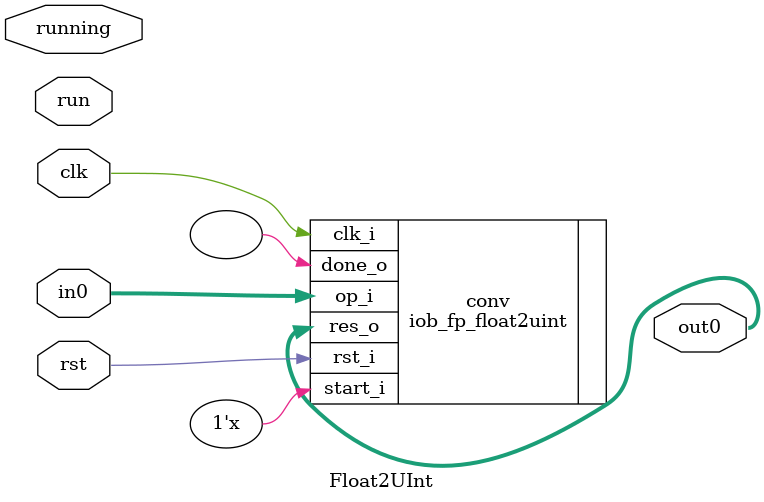
<source format=v>
`timescale 1ns / 1ps

module Float2UInt #(
         parameter DATA_W = 32
              )
    (
    //control
    input                         clk,
    input                         rst,
    
    input                         running,
    input                         run,
    
    //input / output data
    input [DATA_W-1:0]            in0,
    
    (* versat_latency = 1 *) output [DATA_W-1:0]       out0
    );

iob_fp_float2uint conv(
   .clk_i(clk),
   .rst_i(rst),

   .start_i(1'bx),
   .done_o(),

   .op_i(in0),
   .res_o(out0)
    );

endmodule 

</source>
